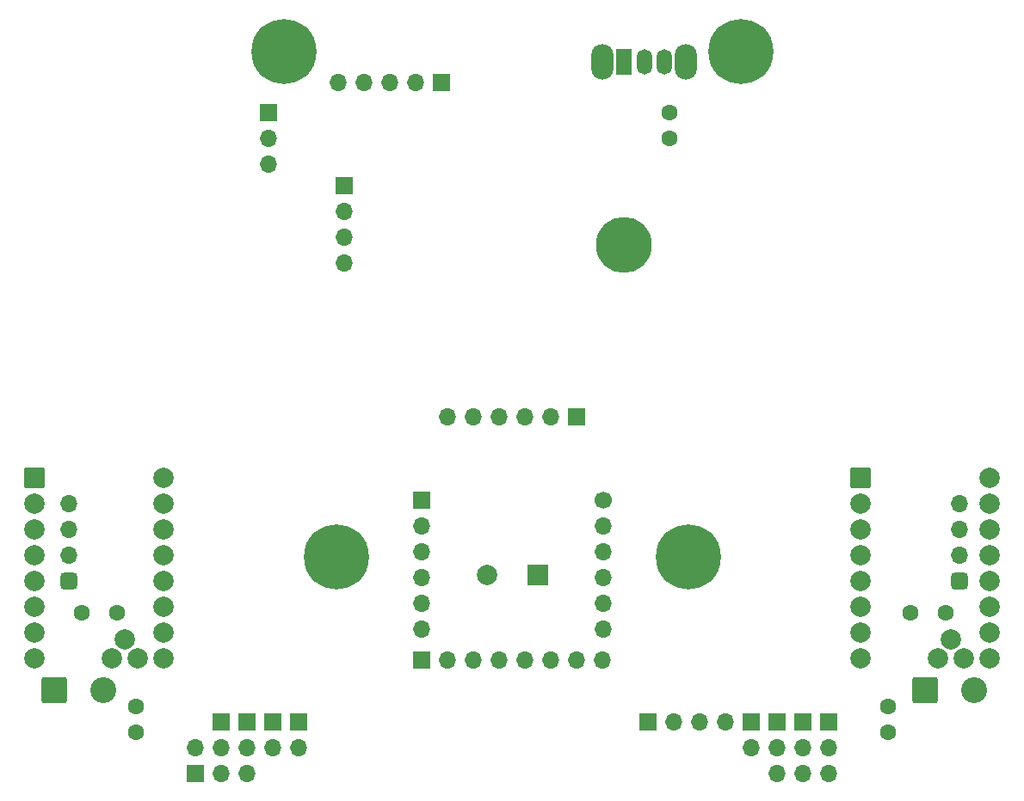
<source format=gbr>
%TF.GenerationSoftware,KiCad,Pcbnew,8.0.9*%
%TF.CreationDate,2025-06-10T00:45:35+02:00*%
%TF.ProjectId,Carte_Mere_PAMI_2025,43617274-655f-44d6-9572-655f50414d49,rev?*%
%TF.SameCoordinates,Original*%
%TF.FileFunction,Soldermask,Bot*%
%TF.FilePolarity,Negative*%
%FSLAX46Y46*%
G04 Gerber Fmt 4.6, Leading zero omitted, Abs format (unit mm)*
G04 Created by KiCad (PCBNEW 8.0.9) date 2025-06-10 00:45:35*
%MOMM*%
%LPD*%
G01*
G04 APERTURE LIST*
G04 Aperture macros list*
%AMRoundRect*
0 Rectangle with rounded corners*
0 $1 Rounding radius*
0 $2 $3 $4 $5 $6 $7 $8 $9 X,Y pos of 4 corners*
0 Add a 4 corners polygon primitive as box body*
4,1,4,$2,$3,$4,$5,$6,$7,$8,$9,$2,$3,0*
0 Add four circle primitives for the rounded corners*
1,1,$1+$1,$2,$3*
1,1,$1+$1,$4,$5*
1,1,$1+$1,$6,$7*
1,1,$1+$1,$8,$9*
0 Add four rect primitives between the rounded corners*
20,1,$1+$1,$2,$3,$4,$5,0*
20,1,$1+$1,$4,$5,$6,$7,0*
20,1,$1+$1,$6,$7,$8,$9,0*
20,1,$1+$1,$8,$9,$2,$3,0*%
G04 Aperture macros list end*
%ADD10R,1.700000X1.700000*%
%ADD11O,1.700000X1.700000*%
%ADD12C,6.400000*%
%ADD13RoundRect,0.102000X-0.900000X-0.900000X0.900000X-0.900000X0.900000X0.900000X-0.900000X0.900000X0*%
%ADD14C,2.004000*%
%ADD15C,1.600000*%
%ADD16C,1.700000*%
%ADD17C,5.500000*%
%ADD18O,2.200000X3.500000*%
%ADD19R,1.500000X2.500000*%
%ADD20O,1.500000X2.500000*%
%ADD21R,2.000000X2.000000*%
%ADD22C,2.000000*%
%ADD23RoundRect,0.425000X-0.425000X-0.425000X0.425000X-0.425000X0.425000X0.425000X-0.425000X0.425000X0*%
%ADD24RoundRect,0.249999X-1.025001X-1.025001X1.025001X-1.025001X1.025001X1.025001X-1.025001X1.025001X0*%
%ADD25C,2.550000*%
G04 APERTURE END LIST*
D10*
%TO.C,J6*%
X6350000Y36000000D03*
D11*
X3810000Y36000000D03*
X1270000Y36000000D03*
X-1270000Y36000000D03*
X-3810000Y36000000D03*
X-6350000Y36000000D03*
%TD*%
D12*
%TO.C,H4*%
X-22500000Y72000000D03*
%TD*%
D10*
%TO.C,J5*%
X-7000000Y69000000D03*
D11*
X-9540000Y69000000D03*
X-12080000Y69000000D03*
X-14620000Y69000000D03*
X-17160000Y69000000D03*
%TD*%
D10*
%TO.C,J18*%
X23540000Y6000000D03*
D11*
X23540000Y3460000D03*
%TD*%
D10*
%TO.C,J13*%
X26080000Y6000000D03*
D11*
X26080000Y3460000D03*
X26080000Y920000D03*
%TD*%
D10*
%TO.C,J11*%
X-28620000Y6000000D03*
D11*
X-28620000Y3460000D03*
X-28620000Y920000D03*
%TD*%
D13*
%TO.C,U4*%
X-47000000Y30000000D03*
D14*
X-47000000Y27460000D03*
X-47000000Y24920000D03*
X-47000000Y22380000D03*
X-47000000Y19840000D03*
X-47000000Y17300000D03*
X-47000000Y14760000D03*
X-47000000Y12220000D03*
X-34300000Y30000000D03*
X-34300000Y27460000D03*
X-34300000Y24920000D03*
X-34300000Y22380000D03*
X-34300000Y19840000D03*
X-34300000Y17300000D03*
X-34300000Y14760000D03*
X-34300000Y12220000D03*
X-36840000Y12220000D03*
X-38150000Y14110000D03*
X-39380000Y12220000D03*
%TD*%
D12*
%TO.C,H2*%
X-17300000Y22200000D03*
%TD*%
D13*
%TO.C,U5*%
X34300000Y30000000D03*
D14*
X34300000Y27460000D03*
X34300000Y24920000D03*
X34300000Y22380000D03*
X34300000Y19840000D03*
X34300000Y17300000D03*
X34300000Y14760000D03*
X34300000Y12220000D03*
X47000000Y30000000D03*
X47000000Y27460000D03*
X47000000Y24920000D03*
X47000000Y22380000D03*
X47000000Y19840000D03*
X47000000Y17300000D03*
X47000000Y14760000D03*
X47000000Y12220000D03*
X44460000Y12220000D03*
X43150000Y14110000D03*
X41920000Y12220000D03*
%TD*%
D15*
%TO.C,C11*%
X15500000Y63500000D03*
X15500000Y66000000D03*
%TD*%
D10*
%TO.C,J8*%
X-16500000Y58810000D03*
D11*
X-16500000Y56270000D03*
X-16500000Y53730000D03*
X-16500000Y51190000D03*
%TD*%
D10*
%TO.C,J17*%
X-23540000Y6000000D03*
D11*
X-23540000Y3460000D03*
%TD*%
D10*
%TO.C,J12*%
X-26080000Y6000000D03*
D11*
X-26080000Y3460000D03*
X-26080000Y920000D03*
%TD*%
D10*
%TO.C,J14*%
X28620000Y6000000D03*
D11*
X28620000Y3460000D03*
X28620000Y920000D03*
%TD*%
D15*
%TO.C,C14*%
X-38900000Y16764000D03*
X-42400000Y16764000D03*
%TD*%
D10*
%TO.C,J20*%
X31160000Y6000000D03*
D11*
X31160000Y3460000D03*
X31160000Y920000D03*
%TD*%
D10*
%TO.C,U2*%
X-8890000Y27810000D03*
D11*
X-8890000Y25270000D03*
X-8890000Y22730000D03*
X-8890000Y20190000D03*
X-8890000Y17650000D03*
X-8890000Y15110000D03*
D16*
X8920000Y27810000D03*
D11*
X8920000Y25270000D03*
X8920000Y22730000D03*
X8920000Y20190000D03*
X8920000Y17650000D03*
X8920000Y15110000D03*
%TD*%
D12*
%TO.C,H1*%
X17300000Y22200000D03*
%TD*%
D15*
%TO.C,C23*%
X37000000Y5000000D03*
X37000000Y7500000D03*
%TD*%
D10*
%TO.C,J1*%
X-24000000Y66025000D03*
D11*
X-24000000Y63485000D03*
X-24000000Y60945000D03*
%TD*%
D10*
%TO.C,J19*%
X-21000000Y6000000D03*
D11*
X-21000000Y3460000D03*
%TD*%
D15*
%TO.C,C15*%
X42650000Y16764000D03*
X39150000Y16764000D03*
%TD*%
D12*
%TO.C,H3*%
X22500000Y72000000D03*
%TD*%
D15*
%TO.C,C22*%
X-37000000Y5000000D03*
X-37000000Y7500000D03*
%TD*%
D17*
%TO.C,U3*%
X11000000Y53000000D03*
%TD*%
D10*
%TO.C,J3*%
X-31160000Y920000D03*
D11*
X-31160000Y3460000D03*
%TD*%
D10*
%TO.C,J16*%
X13380000Y6000000D03*
D11*
X15920000Y6000000D03*
X18460000Y6000000D03*
X21000000Y6000000D03*
%TD*%
D18*
%TO.C,SW1*%
X8900000Y71000000D03*
X17100000Y71000000D03*
D19*
X11000000Y71000000D03*
D20*
X13000000Y71000000D03*
X15000000Y71000000D03*
%TD*%
D21*
%TO.C,BZ1*%
X2500000Y20500000D03*
D22*
X-2500000Y20500000D03*
%TD*%
D23*
%TO.C,J9*%
X-43650000Y19840000D03*
D11*
X-43650000Y22380000D03*
X-43650000Y24920000D03*
X-43650000Y27460000D03*
%TD*%
D23*
%TO.C,J10*%
X43980000Y19830000D03*
D11*
X43980000Y22370000D03*
X43980000Y24910000D03*
X43980000Y27450000D03*
%TD*%
D10*
%TO.C,J2*%
X-8890000Y12100000D03*
D11*
X-6350000Y12100000D03*
X-3810000Y12100000D03*
X-1270000Y12100000D03*
X1270000Y12100000D03*
X3810000Y12100000D03*
X6350000Y12100000D03*
X8890000Y12100000D03*
%TD*%
D24*
%TO.C,J7*%
X40600000Y9110000D03*
D25*
X45400000Y9110000D03*
%TD*%
D24*
%TO.C,J15*%
X-45050000Y9110000D03*
D25*
X-40250000Y9110000D03*
%TD*%
M02*

</source>
